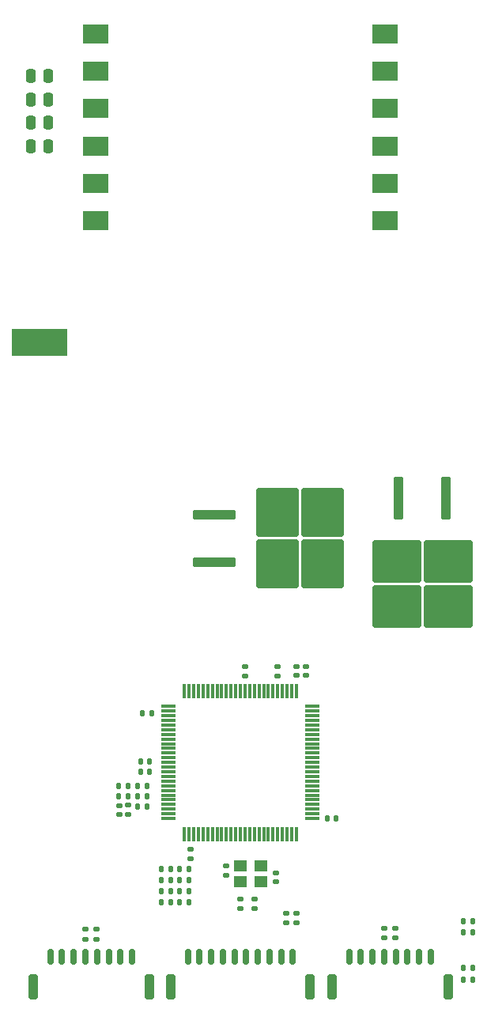
<source format=gbr>
%TF.GenerationSoftware,KiCad,Pcbnew,8.0.7*%
%TF.CreationDate,2025-03-17T21:52:05-04:00*%
%TF.ProjectId,kicker,6b69636b-6572-42e6-9b69-6361645f7063,v4*%
%TF.SameCoordinates,Original*%
%TF.FileFunction,Paste,Bot*%
%TF.FilePolarity,Positive*%
%FSLAX46Y46*%
G04 Gerber Fmt 4.6, Leading zero omitted, Abs format (unit mm)*
G04 Created by KiCad (PCBNEW 8.0.7) date 2025-03-17 21:52:05*
%MOMM*%
%LPD*%
G01*
G04 APERTURE LIST*
G04 Aperture macros list*
%AMRoundRect*
0 Rectangle with rounded corners*
0 $1 Rounding radius*
0 $2 $3 $4 $5 $6 $7 $8 $9 X,Y pos of 4 corners*
0 Add a 4 corners polygon primitive as box body*
4,1,4,$2,$3,$4,$5,$6,$7,$8,$9,$2,$3,0*
0 Add four circle primitives for the rounded corners*
1,1,$1+$1,$2,$3*
1,1,$1+$1,$4,$5*
1,1,$1+$1,$6,$7*
1,1,$1+$1,$8,$9*
0 Add four rect primitives between the rounded corners*
20,1,$1+$1,$2,$3,$4,$5,0*
20,1,$1+$1,$4,$5,$6,$7,0*
20,1,$1+$1,$6,$7,$8,$9,0*
20,1,$1+$1,$8,$9,$2,$3,0*%
G04 Aperture macros list end*
%ADD10R,6.000000X3.000000*%
%ADD11RoundRect,0.250000X0.250000X0.475000X-0.250000X0.475000X-0.250000X-0.475000X0.250000X-0.475000X0*%
%ADD12RoundRect,0.135000X-0.185000X0.135000X-0.185000X-0.135000X0.185000X-0.135000X0.185000X0.135000X0*%
%ADD13RoundRect,0.135000X-0.135000X-0.185000X0.135000X-0.185000X0.135000X0.185000X-0.135000X0.185000X0*%
%ADD14RoundRect,0.140000X0.140000X0.170000X-0.140000X0.170000X-0.140000X-0.170000X0.140000X-0.170000X0*%
%ADD15RoundRect,0.075000X0.075000X-0.725000X0.075000X0.725000X-0.075000X0.725000X-0.075000X-0.725000X0*%
%ADD16RoundRect,0.075000X0.725000X-0.075000X0.725000X0.075000X-0.725000X0.075000X-0.725000X-0.075000X0*%
%ADD17RoundRect,0.135000X0.135000X0.185000X-0.135000X0.185000X-0.135000X-0.185000X0.135000X-0.185000X0*%
%ADD18R,2.750000X2.000000*%
%ADD19RoundRect,0.150000X0.150000X0.700000X-0.150000X0.700000X-0.150000X-0.700000X0.150000X-0.700000X0*%
%ADD20RoundRect,0.250000X0.250000X1.100000X-0.250000X1.100000X-0.250000X-1.100000X0.250000X-1.100000X0*%
%ADD21RoundRect,0.140000X0.170000X-0.140000X0.170000X0.140000X-0.170000X0.140000X-0.170000X-0.140000X0*%
%ADD22RoundRect,0.135000X0.185000X-0.135000X0.185000X0.135000X-0.185000X0.135000X-0.185000X-0.135000X0*%
%ADD23RoundRect,0.250000X-0.300000X2.050000X-0.300000X-2.050000X0.300000X-2.050000X0.300000X2.050000X0*%
%ADD24RoundRect,0.250000X-2.375000X2.025000X-2.375000X-2.025000X2.375000X-2.025000X2.375000X2.025000X0*%
%ADD25R,1.400000X1.200000*%
%ADD26RoundRect,0.140000X-0.140000X-0.170000X0.140000X-0.170000X0.140000X0.170000X-0.140000X0.170000X0*%
%ADD27RoundRect,0.140000X-0.170000X0.140000X-0.170000X-0.140000X0.170000X-0.140000X0.170000X0.140000X0*%
%ADD28RoundRect,0.250000X-2.050000X-0.300000X2.050000X-0.300000X2.050000X0.300000X-2.050000X0.300000X0*%
%ADD29RoundRect,0.250000X-2.025000X-2.375000X2.025000X-2.375000X2.025000X2.375000X-2.025000X2.375000X0*%
G04 APERTURE END LIST*
D10*
%TO.C,C29*%
X188500000Y-110000000D03*
%TD*%
D11*
%TO.C,C38*%
X189450000Y-89000000D03*
X187550000Y-89000000D03*
%TD*%
D12*
%TO.C,R72*%
X226625000Y-172790000D03*
X226625000Y-173810000D03*
%TD*%
D13*
%TO.C,R26*%
X198990001Y-157500000D03*
X200009999Y-157500000D03*
%TD*%
D14*
%TO.C,C9*%
X200280000Y-156000000D03*
X199320000Y-156000000D03*
%TD*%
%TO.C,C15*%
X200280000Y-154900000D03*
X199320000Y-154900000D03*
%TD*%
D12*
%TO.C,R73*%
X194625000Y-172890001D03*
X194625000Y-173909999D03*
%TD*%
D15*
%TO.C,U3*%
X216000000Y-162675000D03*
X215500000Y-162675000D03*
X215000000Y-162675000D03*
X214500000Y-162675000D03*
X214000000Y-162675000D03*
X213500000Y-162675000D03*
X213000000Y-162675000D03*
X212500000Y-162675000D03*
X212000000Y-162675000D03*
X211500000Y-162675000D03*
X211000000Y-162675000D03*
X210500000Y-162675000D03*
X210000000Y-162675000D03*
X209500000Y-162675000D03*
X209000000Y-162675000D03*
X208500000Y-162675000D03*
X208000000Y-162675000D03*
X207500000Y-162675000D03*
X207000000Y-162675000D03*
X206500000Y-162675000D03*
X206000000Y-162675000D03*
X205500000Y-162675000D03*
X205000000Y-162675000D03*
X204500000Y-162675000D03*
X204000000Y-162675000D03*
D16*
X202325000Y-161000000D03*
X202325000Y-160500000D03*
X202325000Y-160000000D03*
X202325000Y-159500000D03*
X202325000Y-159000000D03*
X202325000Y-158500000D03*
X202325000Y-158000000D03*
X202325000Y-157500000D03*
X202325000Y-157000000D03*
X202325000Y-156500000D03*
X202325000Y-156000000D03*
X202325000Y-155500000D03*
X202325000Y-155000000D03*
X202325000Y-154500000D03*
X202325000Y-154000000D03*
X202325000Y-153500000D03*
X202325000Y-153000000D03*
X202325000Y-152500000D03*
X202325000Y-152000000D03*
X202325000Y-151500000D03*
X202325000Y-151000000D03*
X202325000Y-150500000D03*
X202325000Y-150000000D03*
X202325000Y-149500000D03*
X202325000Y-149000000D03*
D15*
X204000000Y-147325000D03*
X204500000Y-147325000D03*
X205000000Y-147325000D03*
X205500000Y-147325000D03*
X206000000Y-147325000D03*
X206500000Y-147325000D03*
X207000000Y-147325000D03*
X207500000Y-147325000D03*
X208000000Y-147325000D03*
X208500000Y-147325000D03*
X209000000Y-147325000D03*
X209500000Y-147325000D03*
X210000000Y-147325000D03*
X210500000Y-147325000D03*
X211000000Y-147325000D03*
X211500000Y-147325000D03*
X212000000Y-147325000D03*
X212500000Y-147325000D03*
X213000000Y-147325000D03*
X213500000Y-147325000D03*
X214000000Y-147325000D03*
X214500000Y-147325000D03*
X215000000Y-147325000D03*
X215500000Y-147325000D03*
X216000000Y-147325000D03*
D16*
X217675000Y-149000000D03*
X217675000Y-149500000D03*
X217675000Y-150000000D03*
X217675000Y-150500000D03*
X217675000Y-151000000D03*
X217675000Y-151500000D03*
X217675000Y-152000000D03*
X217675000Y-152500000D03*
X217675000Y-153000000D03*
X217675000Y-153500000D03*
X217675000Y-154000000D03*
X217675000Y-154500000D03*
X217675000Y-155000000D03*
X217675000Y-155500000D03*
X217675000Y-156000000D03*
X217675000Y-156500000D03*
X217675000Y-157000000D03*
X217675000Y-157500000D03*
X217675000Y-158000000D03*
X217675000Y-158500000D03*
X217675000Y-159000000D03*
X217675000Y-159500000D03*
X217675000Y-160000000D03*
X217675000Y-160500000D03*
X217675000Y-161000000D03*
%TD*%
D12*
%TO.C,R74*%
X225425000Y-172790000D03*
X225425000Y-173810000D03*
%TD*%
D17*
%TO.C,R29*%
X198010000Y-158600000D03*
X196990000Y-158600000D03*
%TD*%
D18*
%TO.C,L2*%
X225475000Y-77000000D03*
X225475000Y-81000000D03*
X225475000Y-85000000D03*
X225475000Y-89000000D03*
X225475000Y-93000000D03*
X225475000Y-97000000D03*
X194525000Y-97000000D03*
X194525000Y-93000000D03*
X194525000Y-89000000D03*
X194525000Y-85000000D03*
X194525000Y-81000000D03*
X194525000Y-77000000D03*
%TD*%
D19*
%TO.C,J9*%
X198400000Y-175850000D03*
X197150000Y-175850000D03*
X195900000Y-175850000D03*
X194650000Y-175850000D03*
X193400000Y-175850000D03*
X192150000Y-175850000D03*
X190900000Y-175850000D03*
X189650000Y-175850000D03*
D20*
X200250000Y-179050000D03*
X187800000Y-179050000D03*
%TD*%
D13*
%TO.C,R37*%
X203490001Y-168800001D03*
X204509999Y-168800001D03*
%TD*%
D21*
%TO.C,C23*%
X213800000Y-167780000D03*
X213800000Y-166820000D03*
%TD*%
D11*
%TO.C,C36*%
X189450000Y-86500000D03*
X187550000Y-86500000D03*
%TD*%
D12*
%TO.C,R3*%
X214000000Y-144740001D03*
X214000000Y-145759999D03*
%TD*%
%TO.C,R75*%
X193425000Y-172890001D03*
X193425000Y-173909999D03*
%TD*%
D22*
%TO.C,R69*%
X210000000Y-170619998D03*
X210000000Y-169600000D03*
%TD*%
D17*
%TO.C,R2*%
X234910000Y-177000000D03*
X233890000Y-177000000D03*
%TD*%
D13*
%TO.C,R40*%
X203490001Y-167600001D03*
X204509999Y-167600001D03*
%TD*%
D12*
%TO.C,R81*%
X216000000Y-171180002D03*
X216000000Y-172200000D03*
%TD*%
D22*
%TO.C,R23*%
X198000000Y-160609999D03*
X198000000Y-159590001D03*
%TD*%
D13*
%TO.C,R33*%
X201490001Y-170000002D03*
X202509999Y-170000002D03*
%TD*%
D21*
%TO.C,C12*%
X210500000Y-145730000D03*
X210500000Y-144770000D03*
%TD*%
D17*
%TO.C,R28*%
X200010000Y-158600000D03*
X198990000Y-158600000D03*
%TD*%
D23*
%TO.C,Q4*%
X226960000Y-126725000D03*
D24*
X232275000Y-133450000D03*
X226725000Y-133450000D03*
X232275000Y-138300000D03*
X226725000Y-138300000D03*
D23*
X232040000Y-126725000D03*
%TD*%
D25*
%TO.C,Y2*%
X210000000Y-166100000D03*
X212200000Y-166100000D03*
X212200000Y-167800000D03*
X210000000Y-167800000D03*
%TD*%
D26*
%TO.C,C13*%
X219320000Y-161000000D03*
X220280000Y-161000000D03*
%TD*%
D22*
%TO.C,R71*%
X211500002Y-170619998D03*
X211500002Y-169600000D03*
%TD*%
D11*
%TO.C,C33*%
X189450000Y-84000000D03*
X187550000Y-84000000D03*
%TD*%
D13*
%TO.C,R82*%
X233890001Y-178300000D03*
X234909999Y-178300000D03*
%TD*%
D17*
%TO.C,R84*%
X234909999Y-173200000D03*
X233890001Y-173200000D03*
%TD*%
D13*
%TO.C,R24*%
X198990001Y-159700000D03*
X200009999Y-159700000D03*
%TD*%
D17*
%TO.C,R83*%
X234910000Y-172000000D03*
X233890000Y-172000000D03*
%TD*%
D13*
%TO.C,R39*%
X201490001Y-167600002D03*
X202509999Y-167600002D03*
%TD*%
%TO.C,R41*%
X201490001Y-166400000D03*
X202509999Y-166400000D03*
%TD*%
D27*
%TO.C,C21*%
X208500000Y-166109950D03*
X208500000Y-167069950D03*
%TD*%
D19*
%TO.C,J8*%
X230400000Y-175850000D03*
X229150000Y-175850000D03*
X227900000Y-175850000D03*
X226650000Y-175850000D03*
X225400000Y-175850000D03*
X224150000Y-175850000D03*
X222900000Y-175850000D03*
X221650000Y-175850000D03*
D20*
X232250000Y-179050000D03*
X219800000Y-179050000D03*
%TD*%
D12*
%TO.C,R80*%
X214900000Y-171190001D03*
X214900000Y-172209999D03*
%TD*%
D21*
%TO.C,C16*%
X217000000Y-145700000D03*
X217000000Y-144740000D03*
%TD*%
D14*
%TO.C,C14*%
X200480000Y-149700000D03*
X199520000Y-149700000D03*
%TD*%
D27*
%TO.C,C18*%
X197000000Y-159620000D03*
X197000000Y-160580000D03*
%TD*%
D19*
%TO.C,J1*%
X215625000Y-175850000D03*
X214375000Y-175850000D03*
X213125000Y-175850000D03*
X211875000Y-175850000D03*
X210625000Y-175850000D03*
X209375000Y-175850000D03*
X208125000Y-175850000D03*
X206875000Y-175850000D03*
X205625000Y-175850000D03*
X204375000Y-175850000D03*
D20*
X217475000Y-179050000D03*
X202525000Y-179050000D03*
%TD*%
D21*
%TO.C,C8*%
X204700000Y-165280000D03*
X204700000Y-164320000D03*
%TD*%
D13*
%TO.C,R36*%
X201490001Y-168800000D03*
X202509999Y-168800000D03*
%TD*%
D28*
%TO.C,Q3*%
X207225000Y-133540000D03*
D29*
X213950000Y-128225000D03*
X213950000Y-133775000D03*
X218800000Y-128225000D03*
X218800000Y-133775000D03*
D28*
X207225000Y-128460000D03*
%TD*%
D13*
%TO.C,R42*%
X203490001Y-166400000D03*
X204509999Y-166400000D03*
%TD*%
D11*
%TO.C,C30*%
X189450000Y-81500000D03*
X187550000Y-81500000D03*
%TD*%
D17*
%TO.C,R25*%
X198010000Y-157500000D03*
X196990000Y-157500000D03*
%TD*%
D13*
%TO.C,R34*%
X203490001Y-170000000D03*
X204509999Y-170000000D03*
%TD*%
D21*
%TO.C,C10*%
X216000000Y-145700000D03*
X216000000Y-144740000D03*
%TD*%
M02*

</source>
